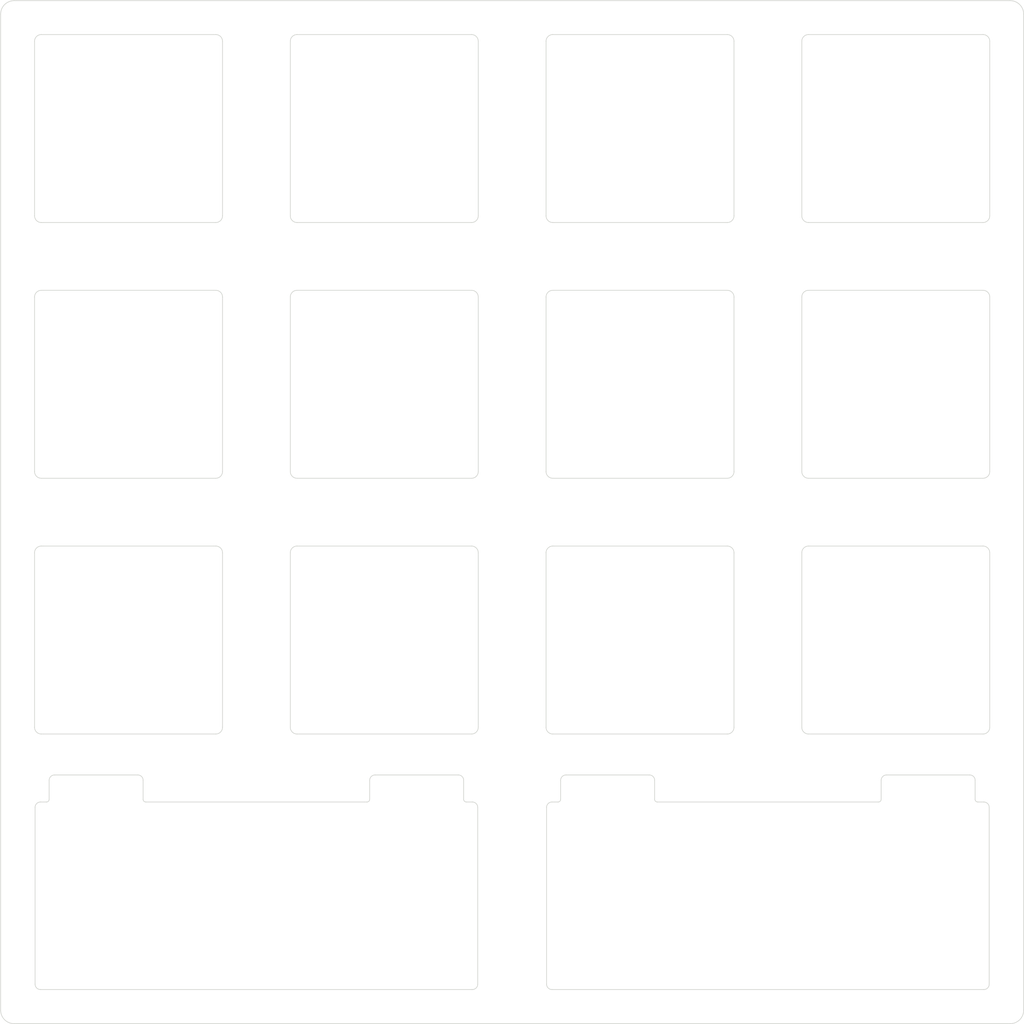
<source format=kicad_pcb>
(kicad_pcb (version 20241229) (generator "pcbnew") (generator_version "9.0")
  (title_block (title "LK16C Plate (2 Space)") (date "2025-05-24") (rev "v1.01") (company "LambdaKB.dev") (comment 1 "https://lambdakb.dev/"))
  (layers (0 "F.Cu" signal) (2 "B.Cu" signal) (13 "F.Paste" user) (15 "B.Paste" user) (5 "F.SilkS" user "F.Silkscreen") (7 "B.SilkS" user "B.Silkscreen") (1 "F.Mask" user) (3 "B.Mask" user) (25 "Edge.Cuts" user))
  (net 0 "")
  (footprint "LKBD_PlateMX:Plate_MX_1U" (layer "F.Cu") (at 53.975 53.975 180)
    (property "Reference" "CUT6" (hide yes))
    (property "Value" "Plate_MX_1U")
    (fp_line (start 7 -6.5) (end 7 6.5) (stroke (width 0.05)) (layer "Edge.Cuts"))
    (fp_line (start 6.5 7) (end -6.5 7) (stroke (width 0.05)) (layer "Edge.Cuts"))
    (fp_line (start -6.5 -7) (end 6.5 -7) (stroke (width 0.05)) (layer "Edge.Cuts"))
    (fp_line (start -7 6.5) (end -7 -6.5) (stroke (width 0.05)) (layer "Edge.Cuts"))
    (fp_arc (start 7 6.5) (mid 6.853553 6.853553) (end 6.5 7) (stroke (width 0.05)) (layer "Edge.Cuts"))
    (fp_arc (start 6.5 -7) (mid 6.853553 -6.853553) (end 7 -6.5) (stroke (width 0.05)) (layer "Edge.Cuts"))
    (fp_arc (start -6.5 7) (mid -6.853553 6.853553) (end -7 6.5) (stroke (width 0.05)) (layer "Edge.Cuts"))
    (fp_arc (start -7 -6.5) (mid -6.853553 -6.853553) (end -6.5 -7) (stroke (width 0.05)) (layer "Edge.Cuts"))
  )
  (footprint "LKBD_PlateMX:Plate_MX_1U" (layer "F.Cu") (at 34.925 34.925 180)
    (property "Reference" "CUT1" (hide yes))
    (property "Value" "Plate_MX_1U")
    (fp_line (start 7 -6.5) (end 7 6.5) (stroke (width 0.05)) (layer "Edge.Cuts"))
    (fp_line (start 6.5 7) (end -6.5 7) (stroke (width 0.05)) (layer "Edge.Cuts"))
    (fp_line (start -6.5 -7) (end 6.5 -7) (stroke (width 0.05)) (layer "Edge.Cuts"))
    (fp_line (start -7 6.5) (end -7 -6.5) (stroke (width 0.05)) (layer "Edge.Cuts"))
    (fp_arc (start 7 6.5) (mid 6.853553 6.853553) (end 6.5 7) (stroke (width 0.05)) (layer "Edge.Cuts"))
    (fp_arc (start 6.5 -7) (mid 6.853553 -6.853553) (end 7 -6.5) (stroke (width 0.05)) (layer "Edge.Cuts"))
    (fp_arc (start -6.5 7) (mid -6.853553 6.853553) (end -7 6.5) (stroke (width 0.05)) (layer "Edge.Cuts"))
    (fp_arc (start -7 -6.5) (mid -6.853553 -6.853553) (end -6.5 -7) (stroke (width 0.05)) (layer "Edge.Cuts"))
  )
  (footprint "LKBD_PlateMX:Plate_MX_1U" (layer "F.Cu") (at 92.075 53.975 180)
    (property "Reference" "CUT8" (hide yes))
    (property "Value" "Plate_MX_1U")
    (fp_line (start 7 -6.5) (end 7 6.5) (stroke (width 0.05)) (layer "Edge.Cuts"))
    (fp_line (start 6.5 7) (end -6.5 7) (stroke (width 0.05)) (layer "Edge.Cuts"))
    (fp_line (start -6.5 -7) (end 6.5 -7) (stroke (width 0.05)) (layer "Edge.Cuts"))
    (fp_line (start -7 6.5) (end -7 -6.5) (stroke (width 0.05)) (layer "Edge.Cuts"))
    (fp_arc (start 7 6.5) (mid 6.853553 6.853553) (end 6.5 7) (stroke (width 0.05)) (layer "Edge.Cuts"))
    (fp_arc (start 6.5 -7) (mid 6.853553 -6.853553) (end 7 -6.5) (stroke (width 0.05)) (layer "Edge.Cuts"))
    (fp_arc (start -6.5 7) (mid -6.853553 6.853553) (end -7 6.5) (stroke (width 0.05)) (layer "Edge.Cuts"))
    (fp_arc (start -7 -6.5) (mid -6.853553 -6.853553) (end -6.5 -7) (stroke (width 0.05)) (layer "Edge.Cuts"))
  )
  (footprint "" (layer "F.Cu") (at 39.6875 44.45)
    (property "Reference" "H1" (hide yes))
    (property "Value" "")
    (pad "" np_thru_hole circle (at 0 0) (size 4 4) (drill 4) (layers "*.Cu" "*.Mask"))
  )
  (footprint "LKBD_PlateMX:Plate_MX_1U" (layer "F.Cu") (at 92.075 34.925 180)
    (property "Reference" "CUT4" (hide yes))
    (property "Value" "Plate_MX_1U")
    (fp_line (start 7 -6.5) (end 7 6.5) (stroke (width 0.05)) (layer "Edge.Cuts"))
    (fp_line (start 6.5 7) (end -6.5 7) (stroke (width 0.05)) (layer "Edge.Cuts"))
    (fp_line (start -6.5 -7) (end 6.5 -7) (stroke (width 0.05)) (layer "Edge.Cuts"))
    (fp_line (start -7 6.5) (end -7 -6.5) (stroke (width 0.05)) (layer "Edge.Cuts"))
    (fp_arc (start 7 6.5) (mid 6.853553 6.853553) (end 6.5 7) (stroke (width 0.05)) (layer "Edge.Cuts"))
    (fp_arc (start 6.5 -7) (mid 6.853553 -6.853553) (end 7 -6.5) (stroke (width 0.05)) (layer "Edge.Cuts"))
    (fp_arc (start -6.5 7) (mid -6.853553 6.853553) (end -7 6.5) (stroke (width 0.05)) (layer "Edge.Cuts"))
    (fp_arc (start -7 -6.5) (mid -6.853553 -6.853553) (end -6.5 -7) (stroke (width 0.05)) (layer "Edge.Cuts"))
  )
  (footprint "LKBD_PlateMX:Plate_MX_1U" (layer "F.Cu") (at 73.025 53.975 180)
    (property "Reference" "CUT7" (hide yes))
    (property "Value" "Plate_MX_1U")
    (fp_line (start 7 -6.5) (end 7 6.5) (stroke (width 0.05)) (layer "Edge.Cuts"))
    (fp_line (start 6.5 7) (end -6.5 7) (stroke (width 0.05)) (layer "Edge.Cuts"))
    (fp_line (start -6.5 -7) (end 6.5 -7) (stroke (width 0.05)) (layer "Edge.Cuts"))
    (fp_line (start -7 6.5) (end -7 -6.5) (stroke (width 0.05)) (layer "Edge.Cuts"))
    (fp_arc (start 7 6.5) (mid 6.853553 6.853553) (end 6.5 7) (stroke (width 0.05)) (layer "Edge.Cuts"))
    (fp_arc (start 6.5 -7) (mid 6.853553 -6.853553) (end 7 -6.5) (stroke (width 0.05)) (layer "Edge.Cuts"))
    (fp_arc (start -6.5 7) (mid -6.853553 6.853553) (end -7 6.5) (stroke (width 0.05)) (layer "Edge.Cuts"))
    (fp_arc (start -7 -6.5) (mid -6.853553 -6.853553) (end -6.5 -7) (stroke (width 0.05)) (layer "Edge.Cuts"))
  )
  (footprint "LKBD_PlateMX:Plate_MX_1U" (layer "F.Cu") (at 53.975 73.025 180)
    (property "Reference" "CUT10" (hide yes))
    (property "Value" "Plate_MX_1U")
    (fp_line (start 7 -6.5) (end 7 6.5) (stroke (width 0.05)) (layer "Edge.Cuts"))
    (fp_line (start 6.5 7) (end -6.5 7) (stroke (width 0.05)) (layer "Edge.Cuts"))
    (fp_line (start -6.5 -7) (end 6.5 -7) (stroke (width 0.05)) (layer "Edge.Cuts"))
    (fp_line (start -7 6.5) (end -7 -6.5) (stroke (width 0.05)) (layer "Edge.Cuts"))
    (fp_arc (start 7 6.5) (mid 6.853553 6.853553) (end 6.5 7) (stroke (width 0.05)) (layer "Edge.Cuts"))
    (fp_arc (start 6.5 -7) (mid 6.853553 -6.853553) (end 7 -6.5) (stroke (width 0.05)) (layer "Edge.Cuts"))
    (fp_arc (start -6.5 7) (mid -6.853553 6.853553) (end -7 6.5) (stroke (width 0.05)) (layer "Edge.Cuts"))
    (fp_arc (start -7 -6.5) (mid -6.853553 -6.853553) (end -6.5 -7) (stroke (width 0.05)) (layer "Edge.Cuts"))
  )
  (footprint "LKBD_PlateMX:Plate_MX_2U_2x1U" (layer "F.Cu") (at 82.55 92.075 180)
    (property "Reference" "CUT18" (hide yes))
    (property "Value" "Plate_MX_2U_2x1U")
    (fp_line (start 16.485 -6.585) (end 16.485 6.585) (stroke (width 0.05)) (layer "Edge.Cuts"))
    (fp_line (start 15.638 6.985) (end 16.085 6.985) (stroke (width 0.05)) (layer "Edge.Cuts"))
    (fp_line (start 15.438 7.185) (end 15.438 8.6) (stroke (width 0.05)) (layer "Edge.Cuts"))
    (fp_line (start 15.038 9) (end 8.838 9) (stroke (width 0.05)) (layer "Edge.Cuts"))
    (fp_line (start 8.438 7.185) (end 8.438 8.6) (stroke (width 0.05)) (layer "Edge.Cuts"))
    (fp_line (start 8.238 6.985) (end -8.238 6.985) (stroke (width 0.05)) (layer "Edge.Cuts"))
    (fp_line (start -8.438 7.185) (end -8.438 8.6) (stroke (width 0.05)) (layer "Edge.Cuts"))
    (fp_line (start -15.038 9) (end -8.838 9) (stroke (width 0.05)) (layer "Edge.Cuts"))
    (fp_line (start -15.438 7.185) (end -15.438 8.6) (stroke (width 0.05)) (layer "Edge.Cuts"))
    (fp_line (start -15.638 6.985) (end -16.085 6.985) (stroke (width 0.05)) (layer "Edge.Cuts"))
    (fp_line (start -16.085 -6.985) (end 16.085 -6.985) (stroke (width 0.05)) (layer "Edge.Cuts"))
    (fp_line (start -16.485 6.585) (end -16.485 -6.585) (stroke (width 0.05)) (layer "Edge.Cuts"))
    (fp_arc (start 16.485 6.585) (mid 16.367843 6.867843) (end 16.085 6.985) (stroke (width 0.05)) (layer "Edge.Cuts"))
    (fp_arc (start 16.085 -6.985) (mid 16.367843 -6.867843) (end 16.485 -6.585) (stroke (width 0.05)) (layer "Edge.Cuts"))
    (fp_arc (start 15.438 8.6) (mid 15.320843 8.882843) (end 15.038 9) (stroke (width 0.05)) (layer "Edge.Cuts"))
    (fp_arc (start 15.438 7.185) (mid 15.496579 7.043579) (end 15.638 6.985) (stroke (width 0.05)) (layer "Edge.Cuts"))
    (fp_arc (start 8.838 9) (mid 8.555157 8.882843) (end 8.438 8.6) (stroke (width 0.05)) (layer "Edge.Cuts"))
    (fp_arc (start 8.238 6.985) (mid 8.379421 7.043579) (end 8.438 7.185) (stroke (width 0.05)) (layer "Edge.Cuts"))
    (fp_arc (start -8.438 8.6) (mid -8.555157 8.882843) (end -8.838 9) (stroke (width 0.05)) (layer "Edge.Cuts"))
    (fp_arc (start -8.438 7.185) (mid -8.379421 7.043579) (end -8.238 6.985) (stroke (width 0.05)) (layer "Edge.Cuts"))
    (fp_arc (start -15.038 9) (mid -15.320843 8.882843) (end -15.438 8.6) (stroke (width 0.05)) (layer "Edge.Cuts"))
    (fp_arc (start -15.638 6.985) (mid -15.49658 7.04358) (end -15.438 7.185) (stroke (width 0.05)) (layer "Edge.Cuts"))
    (fp_arc (start -16.085 6.985) (mid -16.367843 6.867843) (end -16.485 6.585) (stroke (width 0.05)) (layer "Edge.Cuts"))
    (fp_arc (start -16.485 -6.585) (mid -16.367843 -6.867843) (end -16.085 -6.985) (stroke (width 0.05)) (layer "Edge.Cuts"))
  )
  (footprint "LKBD_PlateMX:Plate_MX_1U" (layer "F.Cu") (at 53.975 34.925 180)
    (property "Reference" "CUT2" (hide yes))
    (property "Value" "Plate_MX_1U")
    (fp_line (start 7 -6.5) (end 7 6.5) (stroke (width 0.05)) (layer "Edge.Cuts"))
    (fp_line (start 6.5 7) (end -6.5 7) (stroke (width 0.05)) (layer "Edge.Cuts"))
    (fp_line (start -6.5 -7) (end 6.5 -7) (stroke (width 0.05)) (layer "Edge.Cuts"))
    (fp_line (start -7 6.5) (end -7 -6.5) (stroke (width 0.05)) (layer "Edge.Cuts"))
    (fp_arc (start 7 6.5) (mid 6.853553 6.853553) (end 6.5 7) (stroke (width 0.05)) (layer "Edge.Cuts"))
    (fp_arc (start 6.5 -7) (mid 6.853553 -6.853553) (end 7 -6.5) (stroke (width 0.05)) (layer "Edge.Cuts"))
    (fp_arc (start -6.5 7) (mid -6.853553 6.853553) (end -7 6.5) (stroke (width 0.05)) (layer "Edge.Cuts"))
    (fp_arc (start -7 -6.5) (mid -6.853553 -6.853553) (end -6.5 -7) (stroke (width 0.05)) (layer "Edge.Cuts"))
  )
  (footprint "LKBD_PlateMX:Plate_MX_1U" (layer "F.Cu") (at 92.075 73.025 180)
    (property "Reference" "CUT12" (hide yes))
    (property "Value" "Plate_MX_1U")
    (fp_line (start 7 -6.5) (end 7 6.5) (stroke (width 0.05)) (layer "Edge.Cuts"))
    (fp_line (start 6.5 7) (end -6.5 7) (stroke (width 0.05)) (layer "Edge.Cuts"))
    (fp_line (start -6.5 -7) (end 6.5 -7) (stroke (width 0.05)) (layer "Edge.Cuts"))
    (fp_line (start -7 6.5) (end -7 -6.5) (stroke (width 0.05)) (layer "Edge.Cuts"))
    (fp_arc (start 7 6.5) (mid 6.853553 6.853553) (end 6.5 7) (stroke (width 0.05)) (layer "Edge.Cuts"))
    (fp_arc (start 6.5 -7) (mid 6.853553 -6.853553) (end 7 -6.5) (stroke (width 0.05)) (layer "Edge.Cuts"))
    (fp_arc (start -6.5 7) (mid -6.853553 6.853553) (end -7 6.5) (stroke (width 0.05)) (layer "Edge.Cuts"))
    (fp_arc (start -7 -6.5) (mid -6.853553 -6.853553) (end -6.5 -7) (stroke (width 0.05)) (layer "Edge.Cuts"))
  )
  (footprint "LKBD_PlateMX:Plate_MX_1U" (layer "F.Cu") (at 34.925 53.975 180)
    (property "Reference" "CUT5" (hide yes))
    (property "Value" "Plate_MX_1U")
    (fp_line (start 7 -6.5) (end 7 6.5) (stroke (width 0.05)) (layer "Edge.Cuts"))
    (fp_line (start 6.5 7) (end -6.5 7) (stroke (width 0.05)) (layer "Edge.Cuts"))
    (fp_line (start -6.5 -7) (end 6.5 -7) (stroke (width 0.05)) (layer "Edge.Cuts"))
    (fp_line (start -7 6.5) (end -7 -6.5) (stroke (width 0.05)) (layer "Edge.Cuts"))
    (fp_arc (start 7 6.5) (mid 6.853553 6.853553) (end 6.5 7) (stroke (width 0.05)) (layer "Edge.Cuts"))
    (fp_arc (start 6.5 -7) (mid 6.853553 -6.853553) (end 7 -6.5) (stroke (width 0.05)) (layer "Edge.Cuts"))
    (fp_arc (start -6.5 7) (mid -6.853553 6.853553) (end -7 6.5) (stroke (width 0.05)) (layer "Edge.Cuts"))
    (fp_arc (start -7 -6.5) (mid -6.853553 -6.853553) (end -6.5 -7) (stroke (width 0.05)) (layer "Edge.Cuts"))
  )
  (footprint "LKBD_PlateMX:Plate_MX_1U" (layer "F.Cu") (at 34.925 73.025 180)
    (property "Reference" "CUT9" (hide yes))
    (property "Value" "Plate_MX_1U")
    (fp_line (start 7 -6.5) (end 7 6.5) (stroke (width 0.05)) (layer "Edge.Cuts"))
    (fp_line (start 6.5 7) (end -6.5 7) (stroke (width 0.05)) (layer "Edge.Cuts"))
    (fp_line (start -6.5 -7) (end 6.5 -7) (stroke (width 0.05)) (layer "Edge.Cuts"))
    (fp_line (start -7 6.5) (end -7 -6.5) (stroke (width 0.05)) (layer "Edge.Cuts"))
    (fp_arc (start 7 6.5) (mid 6.853553 6.853553) (end 6.5 7) (stroke (width 0.05)) (layer "Edge.Cuts"))
    (fp_arc (start 6.5 -7) (mid 6.853553 -6.853553) (end 7 -6.5) (stroke (width 0.05)) (layer "Edge.Cuts"))
    (fp_arc (start -6.5 7) (mid -6.853553 6.853553) (end -7 6.5) (stroke (width 0.05)) (layer "Edge.Cuts"))
    (fp_arc (start -7 -6.5) (mid -6.853553 -6.853553) (end -6.5 -7) (stroke (width 0.05)) (layer "Edge.Cuts"))
  )
  (footprint "" (layer "F.Cu") (at 39.6875 82.55)
    (property "Reference" "H1" (hide yes))
    (property "Value" "")
    (pad "" np_thru_hole circle (at 0 0) (size 4 4) (drill 4) (layers "*.Cu" "*.Mask"))
  )
  (footprint "LKBD_PlateMX:Plate_MX_1U" (layer "F.Cu") (at 73.025 73.025 180)
    (property "Reference" "CUT11" (hide yes))
    (property "Value" "Plate_MX_1U")
    (fp_line (start 7 -6.5) (end 7 6.5) (stroke (width 0.05)) (layer "Edge.Cuts"))
    (fp_line (start 6.5 7) (end -6.5 7) (stroke (width 0.05)) (layer "Edge.Cuts"))
    (fp_line (start -6.5 -7) (end 6.5 -7) (stroke (width 0.05)) (layer "Edge.Cuts"))
    (fp_line (start -7 6.5) (end -7 -6.5) (stroke (width 0.05)) (layer "Edge.Cuts"))
    (fp_arc (start 7 6.5) (mid 6.853553 6.853553) (end 6.5 7) (stroke (width 0.05)) (layer "Edge.Cuts"))
    (fp_arc (start 6.5 -7) (mid 6.853553 -6.853553) (end 7 -6.5) (stroke (width 0.05)) (layer "Edge.Cuts"))
    (fp_arc (start -6.5 7) (mid -6.853553 6.853553) (end -7 6.5) (stroke (width 0.05)) (layer "Edge.Cuts"))
    (fp_arc (start -7 -6.5) (mid -6.853553 -6.853553) (end -6.5 -7) (stroke (width 0.05)) (layer "Edge.Cuts"))
  )
  (footprint "LKBD_PlateMX:Plate_MX_2U_2x1U" (layer "F.Cu") (at 44.45 92.075 180)
    (property "Reference" "CUT14" (hide yes))
    (property "Value" "Plate_MX_2U_2x1U")
    (fp_line (start 16.485 -6.585) (end 16.485 6.585) (stroke (width 0.05)) (layer "Edge.Cuts"))
    (fp_line (start 15.638 6.985) (end 16.085 6.985) (stroke (width 0.05)) (layer "Edge.Cuts"))
    (fp_line (start 15.438 7.185) (end 15.438 8.6) (stroke (width 0.05)) (layer "Edge.Cuts"))
    (fp_line (start 15.038 9) (end 8.838 9) (stroke (width 0.05)) (layer "Edge.Cuts"))
    (fp_line (start 8.438 7.185) (end 8.438 8.6) (stroke (width 0.05)) (layer "Edge.Cuts"))
    (fp_line (start 8.238 6.985) (end -8.238 6.985) (stroke (width 0.05)) (layer "Edge.Cuts"))
    (fp_line (start -8.438 7.185) (end -8.438 8.6) (stroke (width 0.05)) (layer "Edge.Cuts"))
    (fp_line (start -15.038 9) (end -8.838 9) (stroke (width 0.05)) (layer "Edge.Cuts"))
    (fp_line (start -15.438 7.185) (end -15.438 8.6) (stroke (width 0.05)) (layer "Edge.Cuts"))
    (fp_line (start -15.638 6.985) (end -16.085 6.985) (stroke (width 0.05)) (layer "Edge.Cuts"))
    (fp_line (start -16.085 -6.985) (end 16.085 -6.985) (stroke (width 0.05)) (layer "Edge.Cuts"))
    (fp_line (start -16.485 6.585) (end -16.485 -6.585) (stroke (width 0.05)) (layer "Edge.Cuts"))
    (fp_arc (start 16.485 6.585) (mid 16.367843 6.867843) (end 16.085 6.985) (stroke (width 0.05)) (layer "Edge.Cuts"))
    (fp_arc (start 16.085 -6.985) (mid 16.367843 -6.867843) (end 16.485 -6.585) (stroke (width 0.05)) (layer "Edge.Cuts"))
    (fp_arc (start 15.438 8.6) (mid 15.320843 8.882843) (end 15.038 9) (stroke (width 0.05)) (layer "Edge.Cuts"))
    (fp_arc (start 15.438 7.185) (mid 15.496579 7.043579) (end 15.638 6.985) (stroke (width 0.05)) (layer "Edge.Cuts"))
    (fp_arc (start 8.838 9) (mid 8.555157 8.882843) (end 8.438 8.6) (stroke (width 0.05)) (layer "Edge.Cuts"))
    (fp_arc (start 8.238 6.985) (mid 8.379421 7.043579) (end 8.438 7.185) (stroke (width 0.05)) (layer "Edge.Cuts"))
    (fp_arc (start -8.438 8.6) (mid -8.555157 8.882843) (end -8.838 9) (stroke (width 0.05)) (layer "Edge.Cuts"))
    (fp_arc (start -8.438 7.185) (mid -8.379421 7.043579) (end -8.238 6.985) (stroke (width 0.05)) (layer "Edge.Cuts"))
    (fp_arc (start -15.038 9) (mid -15.320843 8.882843) (end -15.438 8.6) (stroke (width 0.05)) (layer "Edge.Cuts"))
    (fp_arc (start -15.638 6.985) (mid -15.49658 7.04358) (end -15.438 7.185) (stroke (width 0.05)) (layer "Edge.Cuts"))
    (fp_arc (start -16.085 6.985) (mid -16.367843 6.867843) (end -16.485 6.585) (stroke (width 0.05)) (layer "Edge.Cuts"))
    (fp_arc (start -16.485 -6.585) (mid -16.367843 -6.867843) (end -16.085 -6.985) (stroke (width 0.05)) (layer "Edge.Cuts"))
  )
  (footprint "LKBD_PlateMX:Plate_MX_1U" (layer "F.Cu") (at 73.025 34.925 180)
    (property "Reference" "CUT3" (hide yes))
    (property "Value" "Plate_MX_1U")
    (fp_line (start 7 -6.5) (end 7 6.5) (stroke (width 0.05)) (layer "Edge.Cuts"))
    (fp_line (start 6.5 7) (end -6.5 7) (stroke (width 0.05)) (layer "Edge.Cuts"))
    (fp_line (start -6.5 -7) (end 6.5 -7) (stroke (width 0.05)) (layer "Edge.Cuts"))
    (fp_line (start -7 6.5) (end -7 -6.5) (stroke (width 0.05)) (layer "Edge.Cuts"))
    (fp_arc (start 7 6.5) (mid 6.853553 6.853553) (end 6.5 7) (stroke (width 0.05)) (layer "Edge.Cuts"))
    (fp_arc (start 6.5 -7) (mid 6.853553 -6.853553) (end 7 -6.5) (stroke (width 0.05)) (layer "Edge.Cuts"))
    (fp_arc (start -6.5 7) (mid -6.853553 6.853553) (end -7 6.5) (stroke (width 0.05)) (layer "Edge.Cuts"))
    (fp_arc (start -7 -6.5) (mid -6.853553 -6.853553) (end -6.5 -7) (stroke (width 0.05)) (layer "Edge.Cuts"))
  )
  (footprint "" (layer "F.Cu") (at 87.63 82.55)
    (property "Reference" "H1" (hide yes))
    (property "Value" "")
    (pad "" np_thru_hole circle (at 0 0) (size 4 4) (drill 4) (layers "*.Cu" "*.Mask"))
  )
  (footprint "" (layer "F.Cu") (at 87.3125 44.45)
    (property "Reference" "H1" (hide yes))
    (property "Value" "")
    (pad "" np_thru_hole circle (at 0 0) (size 4 4) (drill 4) (layers "*.Cu" "*.Mask"))
  )
  (footprint "" (layer "F.Cu") (at 63.5 82.55)
    (property "Reference" "H1" (hide yes))
    (property "Value" "")
    (pad "" np_thru_hole circle (at 0 0) (size 4 4) (drill 4) (layers "*.Cu" "*.Mask"))
  )
  (gr_arc (start 101.6 100.6) (mid 101.307107 101.307107) (end 100.6 101.6) (stroke (width 0.05)) (layer "Edge.Cuts"))
  (gr_line (start 25.4 100.6) (end 25.4 26.4) (stroke (width 0.05)) (layer "Edge.Cuts"))
  (gr_line (start 101.6 100.6) (end 101.6 26.4) (stroke (width 0.05)) (layer "Edge.Cuts"))
  (gr_line (start 26.4 25.4) (end 100.6 25.4) (stroke (width 0.05)) (layer "Edge.Cuts"))
  (gr_arc (start 26.4 101.6) (mid 25.692893 101.307107) (end 25.4 100.6) (stroke (width 0.05)) (layer "Edge.Cuts"))
  (gr_arc (start 25.4 26.4) (mid 25.692893 25.692893) (end 26.4 25.4) (stroke (width 0.05)) (layer "Edge.Cuts"))
  (gr_line (start 100.6 101.6) (end 26.4 101.6) (stroke (width 0.05)) (layer "Edge.Cuts"))
  (gr_arc (start 100.6 25.4) (mid 101.307107 25.692893) (end 101.6 26.4) (stroke (width 0.05)) (layer "Edge.Cuts"))
)
</source>
